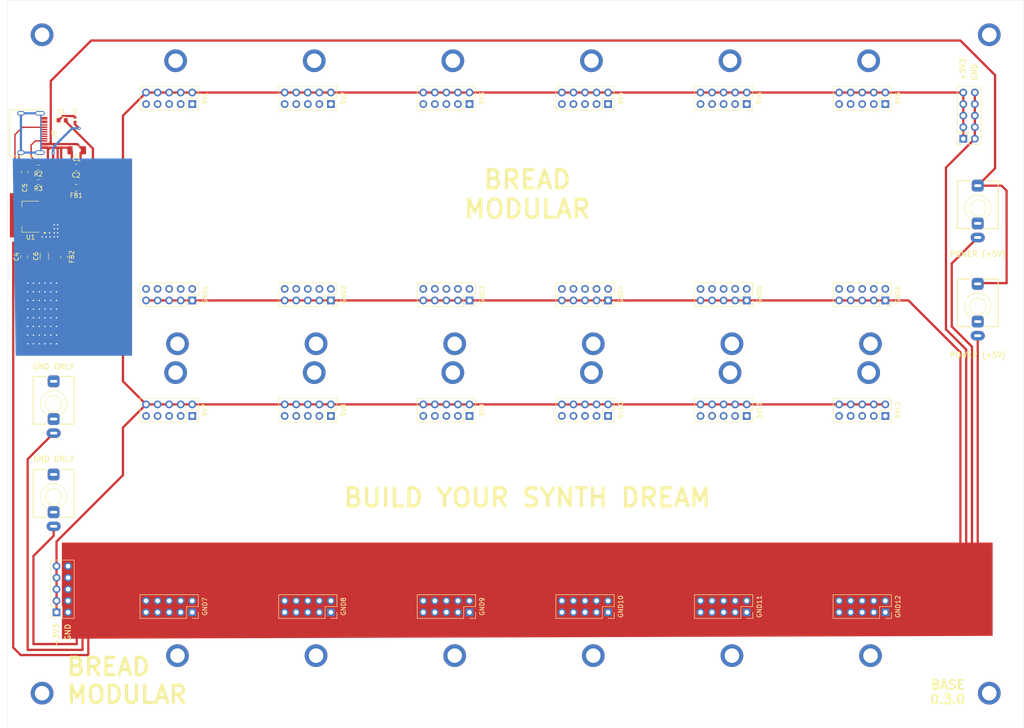
<source format=kicad_pcb>
(kicad_pcb (version 20240108) (generator "pcbnew") (generator_version "8.0")
  (layers (0 "F.Cu" signal) (31 "B.Cu" signal) (34 "B.Paste" user) (35 "F.Paste" user) (36 "B.SilkS" user "B.Silkscreen") (37 "F.SilkS" user "F.Silkscreen") (38 "B.Mask" user) (39 "F.Mask" user) (44 "Edge.Cuts" user))
  (net 0 "")
  (net 1 "GND")
  (net 2 "+5V")
  (net 99 "+3.3V")
  (net 100 "Net-(J5-SHIELD)")
  (net 101 "Net-(D1-K)")
  (net 102 "Net-(U1-VI)")
  (net 103 "Net-(U1-VO)")
  (net 104 "Net-(J5-CC1)")
  (net 105 "Net-(J5-CC2)")
  (footprint "BreadModular_AudioJacks:Jack_3.5mm_QingPu_WQP-PJ366ST_Vertical" (layer "F.Cu") (at 40.64 127)
    (property "Reference" "J2")
    (property "Value" "Ground")
  )
  (footprint "BreadModular_AudioJacks:Jack_3.5mm_QingPu_WQP-PJ366ST_Vertical" (layer "F.Cu") (at 243.84 63.5)
    (property "Reference" "J1")
    (property "Value" "Power")
  )
  (footprint "Capacitor_SMD:C_0805_2012Metric" (layer "F.Cu") (at 42.926 74.229 -90)
    (property "Reference" "FB2")
    (property "Value" "GZ2012E800TF")
  )
  (footprint "Capacitor_SMD:C_0805_2012Metric" (layer "F.Cu") (at 45.593 59.055 180)
    (property "Reference" "FB1")
    (property "Value" "GZ2012E800TF")
  )
  (footprint "Capacitor_SMD:C_0805_2012Metric" (layer "F.Cu") (at 34.29 55.565 90)
    (property "Reference" "C5")
    (property "Value" "10nf")
  )
  (footprint "Connector_PinSocket_2.54mm:PinSocket_2x05_P2.54mm_Vertical" (layer "F.Cu") (at 101.6 83.82 -90)
    (property "Reference" "GND2")
    (property "Value" "Conn_02x05_Socket")
  )
  (footprint "BreadModular_AudioJacks:Jack_3.5mm_QingPu_WQP-PJ366ST_Vertical" (layer "F.Cu") (at 40.64 106.52)
    (property "Reference" "J4")
    (property "Value" "Ground")
  )
  (footprint "Connector_PinSocket_2.54mm:PinSocket_2x05_P2.54mm_Vertical" (layer "F.Cu") (at 240.665 48.26 180)
    (property "Reference" "5V13")
    (property "Value" "Conn_02x05_Socket")
  )
  (footprint "Connector_PinSocket_2.54mm:PinSocket_2x05_P2.54mm_Vertical" (layer "F.Cu") (at 101.6 152.4 -90)
    (property "Reference" "GND8")
    (property "Value" "Conn_02x05_Socket")
  )
  (footprint "Connector_PinSocket_2.54mm:PinSocket_2x05_P2.54mm_Vertical" (layer "F.Cu") (at 193.04 40.64 -90)
    (property "Reference" "5V5")
    (property "Value" "Conn_02x05_Socket")
  )
  (footprint "Connector_PinSocket_2.54mm:PinSocket_2x05_P2.54mm_Vertical" (layer "F.Cu") (at 223.52 152.4 -90)
    (property "Reference" "GND12")
    (property "Value" "Conn_02x05_Socket")
  )
  (footprint "Capacitor_SMD:C_1206_3216Metric" (layer "F.Cu") (at 38.591 74.09 90)
    (property "Reference" "C6")
    (property "Value" "100uf")
  )
  (footprint "BreadModular_TypeC:HRO-TYPE-C-31-M-12" (layer "F.Cu") (at 30.84 46.99 -90)
    (property "Reference" "J5")
    (property "Value" "USB_C_Receptacle_PowerOnly_6P")
  )
  (footprint "Connector_PinSocket_2.54mm:PinSocket_2x05_P2.54mm_Vertical" (layer "F.Cu") (at 41.275 152.4 180)
    (property "Reference" "5V14")
    (property "Value" "Conn_02x05_Socket")
  )
  (footprint "Connector_PinSocket_2.54mm:PinSocket_2x05_P2.54mm_Vertical" (layer "F.Cu") (at 132.08 40.64 -90)
    (property "Reference" "5V3")
    (property "Value" "Conn_02x05_Socket")
  )
  (footprint "Connector_PinSocket_2.54mm:PinSocket_2x05_P2.54mm_Vertical" (layer "F.Cu") (at 223.52 109.22 -90)
    (property "Reference" "5V12")
    (property "Value" "Conn_02x05_Socket")
  )
  (footprint "Connector_PinSocket_2.54mm:PinSocket_2x05_P2.54mm_Vertical" (layer "F.Cu") (at 71.12 109.22 -90)
    (property "Reference" "5V7")
    (property "Value" "Conn_02x05_Socket")
  )
  (footprint "Resistor_SMD:R_0603_1608Metric" (layer "F.Cu") (at 37.275 54.61 180)
    (property "Reference" "R2")
    (property "Value" "5.1k")
  )
  (footprint "Resistor_SMD:R_0603_1608Metric" (layer "F.Cu") (at 37.275 57.785 180)
    (property "Reference" "R3")
    (property "Value" "5.1k")
  )
  (footprint "Connector_PinSocket_2.54mm:PinSocket_2x05_P2.54mm_Vertical" (layer "F.Cu") (at 71.12 152.4 -90)
    (property "Reference" "GND7")
    (property "Value" "Conn_02x05_Socket")
  )
  (footprint "Connector_PinSocket_2.54mm:PinSocket_2x05_P2.54mm_Vertical" (layer "F.Cu") (at 101.6 109.22 -90)
    (property "Reference" "5V8")
    (property "Value" "Conn_02x05_Socket")
  )
  (footprint "Connector_PinSocket_2.54mm:PinSocket_2x05_P2.54mm_Vertical" (layer "F.Cu") (at 162.56 152.4 -90)
    (property "Reference" "GND10")
    (property "Value" "Conn_02x05_Socket")
  )
  (footprint "Connector_PinSocket_2.54mm:PinSocket_2x05_P2.54mm_Vertical" (layer "F.Cu") (at 223.52 83.82 -90)
    (property "Reference" "GND6")
    (property "Value" "Conn_02x05_Socket")
  )
  (footprint "Connector_PinSocket_2.54mm:PinSocket_2x05_P2.54mm_Vertical" (layer "F.Cu") (at 132.08 152.4 -90)
    (property "Reference" "GND9")
    (property "Value" "Conn_02x05_Socket" (hide yes))
  )
  (footprint "LED_SMD:LED_0603_1608Metric" (layer "F.Cu") (at 42.5195 44.196)
    (property "Reference" "D1")
    (property "Value" "LED")
  )
  (footprint "Connector_PinSocket_2.54mm:PinSocket_2x05_P2.54mm_Vertical" (layer "F.Cu") (at 132.08 83.82 -90)
    (property "Reference" "GND3")
    (property "Value" "Conn_02x05_Socket")
  )
  (footprint "Capacitor_SMD:C_0805_2012Metric" (layer "F.Cu") (at 34.146 74.2 90)
    (property "Reference" "C4")
    (property "Value" "0.1uf")
  )
  (footprint "Connector_PinSocket_2.54mm:PinSocket_2x05_P2.54mm_Vertical" (layer "F.Cu") (at 162.56 109.22 -90)
    (property "Reference" "5V10")
    (property "Value" "Conn_02x05_Socket")
  )
  (footprint "Resistor_SMD:R_0402_1005Metric" (layer "F.Cu") (at 45.339 44.071 -90)
    (property "Reference" "R1")
    (property "Value" "1k")
  )
  (footprint "Connector_PinSocket_2.54mm:PinSocket_2x05_P2.54mm_Vertical" (layer "F.Cu") (at 193.04 83.82 -90)
    (property "Reference" "GND5")
    (property "Value" "Conn_02x05_Socket")
  )
  (footprint "Connector_PinSocket_2.54mm:PinSocket_2x05_P2.54mm_Vertical" (layer "F.Cu") (at 162.56 40.64 -90)
    (property "Reference" "5V4")
    (property "Value" "Conn_02x05_Socket")
  )
  (footprint "Connector_PinSocket_2.54mm:PinSocket_2x05_P2.54mm_Vertical" (layer "F.Cu") (at 71.12 83.82 -90)
    (property "Reference" "GND1")
    (property "Value" "Conn_02x05_Socket")
  )
  (footprint "Connector_PinSocket_2.54mm:PinSocket_2x05_P2.54mm_Vertical" (layer "F.Cu") (at 71.12 40.64 -90)
    (property "Reference" "5V1")
    (property "Value" "Conn_02x05_Socket")
  )
  (footprint "Connector_PinSocket_2.54mm:PinSocket_2x05_P2.54mm_Vertical" (layer "F.Cu") (at 162.56 83.82 -90)
    (property "Reference" "GND4")
    (property "Value" "Conn_02x05_Socket")
  )
  (footprint "BreadModular_AudioJacks:Jack_3.5mm_QingPu_WQP-PJ366ST_Vertical" (layer "F.Cu") (at 243.84 85.09)
    (property "Reference" "J3")
    (property "Value" "Power")
  )
  (footprint "Package_TO_SOT_SMD:SOT-223" (layer "F.Cu") (at 35.56 65.405 180)
    (property "Reference" "U1")
    (property "Value" "AMS1117-3.3")
  )
  (footprint "Connector_PinSocket_2.54mm:PinSocket_2x05_P2.54mm_Vertical" (layer "F.Cu") (at 223.52 40.64 -90)
    (property "Reference" "5V6")
    (property "Value" "Conn_02x05_Socket")
  )
  (footprint "Connector_PinSocket_2.54mm:PinSocket_2x05_P2.54mm_Vertical" (layer "F.Cu") (at 193.04 152.4 -90)
    (property "Reference" "GND11")
    (property "Value" "Conn_02x05_Socket")
  )
  (footprint "Capacitor_SMD:C_1206_3216Metric" (layer "F.Cu") (at 45.708 50.8 180)
    (property "Reference" "C1")
    (property "Value" "100uf")
  )
  (footprint "Connector_PinSocket_2.54mm:PinSocket_2x05_P2.54mm_Vertical" (layer "F.Cu") (at 132.08 109.22 -90)
    (property "Reference" "5V9")
    (property "Value" "Conn_02x05_Socket")
  )
  (footprint "Connector_PinSocket_2.54mm:PinSocket_2x05_P2.54mm_Vertical" (layer "F.Cu") (at 193.04 109.22 -90)
    (property "Reference" "5V11")
    (property "Value" "Conn_02x05_Socket")
  )
  (footprint "Capacitor_SMD:C_0805_2012Metric" (layer "F.Cu") (at 45.593 54.61 180)
    (property "Reference" "C2")
    (property "Value" "0.1uf")
  )
  (footprint "Connector_PinSocket_2.54mm:PinSocket_2x05_P2.54mm_Vertical" (layer "F.Cu") (at 101.6 40.64 -90)
    (property "Reference" "5V2")
    (property "Value" "Conn_02x05_Socket")
  )
  (gr_poly (pts (xy 37.465 66.675) (xy 41.91 66.675) (xy 41.91 70.485) (xy 37.465 70.485)) (stroke (width 0.2)) (fill solid) (layer "F.Cu") (net 1))
  (gr_poly (pts (xy 31.115 60.325) (xy 34.29 60.325) (xy 34.29 69.85) (xy 31.115 69.85)) (stroke (width 0.2)) (fill solid) (layer "F.Cu"))
  (gr_poly (pts (xy 33.02 78.105) (xy 54.61 78.105) (xy 54.61 95.25) (xy 33.02 95.25)) (stroke (width 0.2)) (fill solid) (layer "F.Cu") (net 1))
  (gr_poly (pts (xy 42.545 158.115) (xy 247.015 157.48) (xy 247.015 137.16) (xy 42.545 137.16)) (stroke (width 0.2)) (fill solid) (layer "F.Cu") (net 1))
  (gr_poly (pts (xy 31.75 52.705) (xy 57.785 52.705) (xy 57.785 95.885) (xy 32.385 95.885)) (stroke (width 0.2)) (fill solid) (layer "B.Cu") (net 1))
  (gr_line (start 254 17.78) (end 254 177.8) (stroke (width 0.05)) (layer "Edge.Cuts"))
  (gr_line (start 30.48 177.8) (end 30.48 17.78) (stroke (width 0.05)) (layer "Edge.Cuts"))
  (gr_line (start 30.48 17.78) (end 254 17.78) (stroke (width 0.05)) (layer "Edge.Cuts"))
  (gr_line (start 30.48 177.8) (end 254 177.8) (stroke (width 0.05)) (layer "Edge.Cuts"))
  (gr_text "GND" (at 44.45 158.75 90) (layer "F.SilkS") (effects (font (size 1.2 1.2) (thickness 0.2) (bold yes)) (justify left bottom)))
  (gr_text "GND ONLY" (at 40.64 119.38 0) (layer "F.SilkS") (effects (font (size 1.2 1.2) (thickness 0.2) (bold yes)) (justify bottom)))
  (gr_text "+3V3" (at 41.91 159.893 90) (layer "F.SilkS") (effects (font (size 1.2 1.2) (thickness 0.2) (bold yes)) (justify left bottom)))
  (gr_text "BREAD\nMODULAR" (at 43.18 172.72 0) (layer "F.SilkS") (effects (font (size 3.8 3.8) (thickness 0.7) (bold yes)) (justify left bottom)))
  (gr_text "GND ONLY" (at 40.64 99.06 0) (layer "F.SilkS") (effects (font (size 1.2 1.2) (thickness 0.2) (bold yes)) (justify bottom)))
  (gr_text "POWER (+5V)" (at 243.84 96.52 0) (layer "F.SilkS") (effects (font (size 1.2 1.2) (thickness 0.2) (bold yes)) (justify bottom)))
  (gr_text "BASE\n0.3.0" (at 241.3 172.72 0) (layer "F.SilkS") (effects (font (size 2 2) (thickness 0.4) (bold yes)) (justify right bottom)))
  (gr_text "GND" (at 243.84 35.56 90) (layer "F.SilkS") (effects (font (size 1.2 1.2) (thickness 0.2) (bold yes)) (justify left bottom)))
  (gr_text "+3V3" (at 241.3 35.56 90) (layer "F.SilkS") (effects (font (size 1.2 1.2) (thickness 0.2) (bold yes)) (justify left bottom)))
  (gr_text "POWER (+5V)" (at 243.84 74.295 0) (layer "F.SilkS") (effects (font (size 1.2 1.2) (thickness 0.2) (bold yes)) (justify bottom)))
  (gr_text "BUILD YOUR SYNTH DREAM" (at 144.78 129.54 0) (layer "F.SilkS") (effects (font (size 4 4) (thickness 0.7) (bold yes)) (justify bottom)))
  (gr_text "BREAD\nMODULAR" (at 144.78 66.04 0) (layer "F.SilkS") (effects (font (size 4 4) (thickness 0.7) (bold yes)) (justify bottom)))
  (via (at 158.89758 99.695) (size 5) (drill 3.2) (layers "F.Cu" "B.Cu") (net 0))
  (via (at 246.38 25.4) (size 5) (drill 3.2) (layers "F.Cu" "B.Cu") (net 0))
  (via (at 219.85758 31.115) (size 5) (drill 3.2) (layers "F.Cu" "B.Cu") (net 0))
  (via (at 158.89758 31.115) (size 5) (drill 3.2) (layers "F.Cu" "B.Cu") (net 0))
  (via (at 219.85758 99.695) (size 5) (drill 3.2) (layers "F.Cu" "B.Cu") (net 0))
  (via (at 97.93758 99.695) (size 5) (drill 3.2) (layers "F.Cu" "B.Cu") (net 0))
  (via (at 128.41758 31.115) (size 5) (drill 3.2) (layers "F.Cu" "B.Cu") (net 0))
  (via (at 97.93758 31.115) (size 5) (drill 3.2) (layers "F.Cu" "B.Cu") (net 0))
  (via (at 67.864908 161.925) (size 5) (drill 3.2) (layers "F.Cu" "B.Cu") (net 0))
  (via (at 189.37758 31.115) (size 5) (drill 3.2) (layers "F.Cu" "B.Cu") (net 0))
  (via (at 159.304908 93.345) (size 5) (drill 3.2) (layers "F.Cu" "B.Cu") (net 0))
  (via (at 220.264908 161.925) (size 5) (drill 3.2) (layers "F.Cu" "B.Cu") (net 0))
  (via (at 128.824908 161.925) (size 5) (drill 3.2) (layers "F.Cu" "B.Cu") (net 0))
  (via (at 128.824908 93.345) (size 5) (drill 3.2) (layers "F.Cu" "B.Cu") (net 0))
  (via (at 246.38 170.18) (size 5) (drill 3.2) (layers "F.Cu" "B.Cu") (net 0))
  (via (at 67.864908 93.345) (size 5) (drill 3.2) (layers "F.Cu" "B.Cu") (net 0))
  (via (at 220.264908 93.345) (size 5) (drill 3.2) (layers "F.Cu" "B.Cu") (net 0))
  (via (at 38.1 25.4) (size 5) (drill 3.2) (layers "F.Cu" "B.Cu") (net 0))
  (via (at 128.41758 99.695) (size 5) (drill 3.2) (layers "F.Cu" "B.Cu") (net 0))
  (via (at 98.344908 161.925) (size 5) (drill 3.2) (layers "F.Cu" "B.Cu") (net 0))
  (via (at 67.45758 99.695) (size 5) (drill 3.2) (layers "F.Cu" "B.Cu") (net 0))
  (via (at 38.1 170.18) (size 5) (drill 3.2) (layers "F.Cu" "B.Cu") (net 0))
  (via (at 189.784908 93.345) (size 5) (drill 3.2) (layers "F.Cu" "B.Cu") (net 0))
  (via (at 67.45758 31.115) (size 5) (drill 3.2) (layers "F.Cu" "B.Cu") (net 0))
  (via (at 159.304908 161.925) (size 5) (drill 3.2) (layers "F.Cu" "B.Cu") (net 0))
  (via (at 98.344908 93.345) (size 5) (drill 3.2) (layers "F.Cu" "B.Cu") (net 0))
  (via (at 189.37758 99.695) (size 5) (drill 3.2) (layers "F.Cu" "B.Cu") (net 0))
  (via (at 189.784908 161.925) (size 5) (drill 3.2) (layers "F.Cu" "B.Cu") (net 0))
  (segment (start 31.75 71.12) (end 31.75 160.147) (width 0.5) (layer "F.Cu") (net 1))
  (segment (start 240.03 137.795) (end 225.425 152.4) (width 0.5) (layer "F.Cu") (net 1))
  (segment (start 223.52 83.82) (end 213.36 83.82) (width 0.5) (layer "F.Cu") (net 1))
  (segment (start 71.12 152.4) (end 60.96 152.4) (width 0.5) (layer "F.Cu") (net 1))
  (segment (start 60.96 152.4) (end 43.815 152.4) (width 0.5) (layer "F.Cu") (net 1))
  (segment (start 227.898478 147.32) (end 223.52 151.698478) (width 0.5) (layer "F.Cu") (net 1))
  (segment (start 243.205 48.26) (end 236.855 54.61) (width 0.5) (layer "F.Cu") (net 1))
  (segment (start 71.12 152.4) (end 91.44 152.4) (width 0.5) (layer "F.Cu") (net 1))
  (segment (start 241.3 147.32) (end 227.898478 147.32) (width 0.5) (layer "F.Cu") (net 1))
  (segment (start 223.52 151.698478) (end 223.52 152.4) (width 0.5) (layer "F.Cu") (net 1))
  (segment (start 36.703 59.563) (end 35.433 60.833) (width 0.5) (layer "F.Cu") (net 1))
  (segment (start 243.84 91.57) (end 243.84 138.43) (width 0.5) (layer "F.Cu") (net 1))
  (segment (start 240.03 95.25) (end 240.03 137.795) (width 0.5) (layer "F.Cu") (net 1))
  (segment (start 34.295 54.61) (end 34.29 54.615) (width 0.5) (layer "F.Cu") (net 1))
  (segment (start 101.6 152.4) (end 121.92 152.4) (width 0.5) (layer "F.Cu") (net 1))
  (segment (start 36.957 60.325) (end 39.116 60.325) (width 0.5) (layer "F.Cu") (net 1))
  (segment (start 36.45 57.785) (end 36.45 54.61) (width 0.5) (layer "F.Cu") (net 1))
  (segment (start 36.732 73.25) (end 37.367 72.615) (width 0.5) (layer "F.Cu") (net 1))
  (segment (start 37.338 61.087) (end 39.497 61.087) (width 0.5) (layer "F.Cu") (net 1))
  (segment (start 238.125 89.535) (end 242.57 93.98) (width 0.5) (layer "F.Cu") (net 1))
  (segment (start 36.971 67.705) (end 36.957 67.691) (width 0.5) (layer "F.Cu") (net 1))
  (segment (start 36.957 61.468) (end 37.338 61.087) (width 0.5) (layer "F.Cu") (net 1))
  (segment (start 45.72 152.4) (end 43.815 152.4) (width 0.5) (layer "F.Cu") (net 1))
  (segment (start 236.855 54.61) (end 236.855 90.17) (width 0.5) (layer "F.Cu") (net 1))
  (segment (start 38.591 72.615) (end 36.195 70.219) (width 0.5) (layer "F.Cu") (net 1))
  (segment (start 49.53 156.21) (end 45.72 152.4) (width 0.5) (layer "F.Cu") (net 1))
  (segment (start 39.37 50.723) (end 39.878 50.215) (width 0.5) (layer "F.Cu") (net 1))
  (segment (start 162.56 152.4) (end 152.4 152.4) (width 0.5) (layer "F.Cu") (net 1))
  (segment (start 48.133 161.798) (end 48.26 161.671) (width 0.5) (layer "F.Cu") (net 1))
  (segment (start 41.529 58.039) (end 41.529 50.342) (width 0.5) (layer "F.Cu") (net 1))
  (segment (start 48.26 161.671) (end 48.26 152.4) (width 0.5) (layer "F.Cu") (net 1))
  (segment (start 223.52 152.4) (end 213.36 152.4) (width 0.5) (layer "F.Cu") (net 1))
  (segment (start 132.08 83.82) (end 152.4 83.82) (width 0.5) (layer "F.Cu") (net 1))
  (segment (start 236.855 90.17) (end 241.3 94.615) (width 0.5) (layer "F.Cu") (net 1))
  (segment (start 34.925 160.655) (end 46.99 160.655) (width 0.5) (layer "F.Cu") (net 1))
  (segment (start 36.45 54.61) (end 34.295 54.61) (width 0.5) (layer "F.Cu") (net 1))
  (segment (start 101.6 83.82) (end 121.92 83.82) (width 0.5) (layer "F.Cu") (net 1))
  (segment (start 41.656 50.215) (end 41.402 50.215) (width 0.5) (layer "F.Cu") (net 1))
  (segment (start 38.71 72.496) (end 38.591 72.615) (width 0.5) (layer "F.Cu") (net 1))
  (segment (start 41.402 50.215) (end 40.894 50.215) (width 0.5) (layer "F.Cu") (net 1))
  (segment (start 39.116 60.325) (end 41.402 58.039) (width 0.5) (layer "F.Cu") (net 1))
  (segment (start 71.12 83.82) (end 60.96 83.82) (width 0.5) (layer "F.Cu") (net 1))
  (segment (start 225.425 154.94) (end 49.784 154.94) (width 0.5) (layer "F.Cu") (net 1))
  (segment (start 31.75 160.147) (end 33.401 161.798) (width 0.5) (layer "F.Cu") (net 1))
  (segment (start 243.205 38.1) (end 243.205 48.26) (width 0.5) (layer "F.Cu") (net 1))
  (segment (start 236.22 138.998478) (end 227.898478 147.32) (width 0.5) (layer "F.Cu") (net 1))
  (segment (start 37.367 72.615) (end 38.591 72.615) (width 0.5) (layer "F.Cu") (net 1))
  (segment (start 45.72 159.385) (end 45.72 154.305) (width 0.5) (layer "F.Cu") (net 1))
  (segment (start 34.29 71.12) (end 31.75 71.12) (width 0.5) (layer "F.Cu") (net 1))
  (segment (start 38.735 59.563) (end 36.703 59.563) (width 0.5) (layer "F.Cu") (net 1))
  (segment (start 238.125 75.695) (end 238.125 89.535) (width 0.5) (layer "F.Cu") (net 1))
  (segment (start 40.64 135.5725) (end 36.195 140.0175) (width 0.5) (layer "F.Cu") (net 1))
  (segment (start 220.98 83.82) (end 228.6 83.82) (width 0.5) (layer "F.Cu") (net 1))
  (segment (start 193.04 152.4) (end 182.88 152.4) (width 0.5) (layer "F.Cu") (net 1))
  (segment (start 44.233 50.8) (end 43.648 50.215) (width 0.5) (layer "F.Cu") (net 1))
  (segment (start 225.425 152.4) (end 223.52 152.4) (width 0.5) (layer "F.Cu") (net 1))
  (segment (start 35.433 60.833) (end 35.433 69.977) (width 0.5) (layer "F.Cu") (net 1))
  (segment (start 162.56 152.4) (end 182.88 152.4) (width 0.5) (layer "F.Cu") (net 1))
  (segment (start 46.99 160.655) (end 46.99 153.67) (width 0.5) (layer "F.Cu") (net 1))
  (segment (start 226.06 156.21) (end 49.53 156.21) (width 0.5) (layer "F.Cu") (net 1))
  (segment (start 39.497 61.087) (end 42.291 58.293) (width 0.5) (layer "F.Cu") (net 1))
  (segment (start 243.84 69.98) (end 238.125 75.695) (width 0.5) (layer "F.Cu") (net 1))
  (segment (start 71.12 83.82) (end 91.44 83.82) (width 0.5) (layer "F.Cu") (net 1))
  (segment (start 44.643 54.61) (end 44.643 51.21) (width 0.5) (layer "F.Cu") (net 1))
  (segment (start 44.643 51.21) (end 44.233 50.8) (width 0.5) (layer "F.Cu") (net 1))
  (segment (start 193.04 152.4) (end 213.36 152.4) (width 0.5) (layer "F.Cu") (net 1))
  (segment (start 36.195 159.385) (end 45.72 159.385) (width 0.5) (layer "F.Cu") (net 1))
  (segment (start 132.08 83.82) (end 121.92 83.82) (width 0.5) (layer "F.Cu") (net 1))
  (segment (start 40.513 50.215) (end 39.878 50.215) (width 0.5) (layer "F.Cu") (net 1))
  (segment (start 228.6 83.82) (end 240.03 95.25) (width 0.5) (layer "F.Cu") (net 1))
  (segment (start 36.45 57.785) (end 39.37 54.865) (width 0.5) (layer "F.Cu") (net 1))
  (segment (start 227.898478 147.32) (end 144.78 147.32) (width 0.5) (layer "F.Cu") (net 1))
  (segment (start 241.3 94.615) (end 241.3 147.32) (width 0.5) (layer "F.Cu") (net 1))
  (segment (start 193.04 83.82) (end 213.36 83.82) (width 0.5) (layer "F.Cu") (net 1))
  (segment (start 42.291 50.215) (end 41.656 50.215) (width 0.5) (layer "F.Cu") (net 1))
  (segment (start 34.925 118.715) (end 34.925 119.38) (width 0.5) (layer "F.Cu") (net 1))
  (segment (start 41.402 58.039) (end 41.529 58.039) (width 0.5) (layer "F.Cu") (net 1))
  (segment (start 48.26 152.4) (end 43.815 152.4) (width 0.5) (layer "F.Cu") (net 1))
  (segment (start 47.244 152.4) (end 43.815 152.4) (width 0.5) (layer "F.Cu") (net 1))
  (segment (start 40.513 50.215) (end 40.513 57.785) (width 0.5) (layer "F.Cu") (net 1))
  (segment (start 243.84 138.43) (end 226.06 156.21) (width 0.5) (layer "F.Cu") (net 1))
  (segment (start 40.64 133.48) (end 40.64 135.5725) (width 0.5) (layer "F.Cu") (net 1))
  (segment (start 38.71 67.705) (end 36.971 67.705) (width 0.5) (layer "F.Cu") (net 1))
  (segment (start 43.815 142.24) (end 43.815 152.4) (width 0.5) (layer "F.Cu") (net 1))
  (segment (start 42.291 58.293) (end 42.291 50.215) (width 0.5) (layer "F.Cu") (net 1))
  (segment (start 162.56 83.82) (end 182.88 83.82) (width 0.5) (layer "F.Cu") (net 1))
  (segment (start 35.433 69.977) (end 34.29 71.12) (width 0.5) (layer "F.Cu") (net 1))
  (segment (start 101.6 152.4) (end 91.44 152.4) (width 0.5) (layer "F.Cu") (net 1))
  (segment (start 242.57 93.98) (end 242.57 137.795) (width 0.5) (layer "F.Cu") (net 1))
  (segment (start 40.513 57.785) (end 38.735 59.563) (width 0.5) (layer "F.Cu") (net 1))
  (segment (start 36.195 61.087) (end 36.957 60.325) (width 0.5) (layer "F.Cu") (net 1))
  (segment (start 40.64 113) (end 34.925 118.715) (width 0.5) (layer "F.Cu") (net 1))
  (segment (start 41.529 50.342) (end 41.402 50.215) (width 0.5) (layer "F.Cu") (net 1))
  (segment (start 132.08 152.4) (end 152.4 152.4) (width 0.5) (layer "F.Cu") (net 1))
  (segment (start 40.894 50.215) (end 40.513 50.215) (width 0.5) (layer "F.Cu") (net 1))
  (segment (start 45.339 44.581) (end 45.339 45.085) (width 0.5) (layer "F.Cu") (net 1))
  (segment (start 33.401 161.798) (end 48.133 161.798) (width 0.5) (layer "F.Cu") (net 1))
  (segment (start 36.195 70.219) (end 36.195 61.087) (width 0.5) (layer "F.Cu") (net 1))
  (segment (start 162.56 83.82) (end 152.4 83.82) (width 0.5) (layer "F.Cu") (net 1))
  (segment (start 36.957 66.675) (end 36.957 61.468) (width 0.5) (layer "F.Cu") (net 1))
  (segment (start 132.08 152.4) (end 121.92 152.4) (width 0.5) (layer "F.Cu") (net 1))
  (segment (start 49.784 154.94) (end 47.244 152.4) (width 0.5) (layer "F.Cu") (net 1))
  (segment (start 45.72 154.305) (end 43.815 152.4) (width 0.5) (layer "F.Cu") (net 1))
  (segment (start 39.37 54.865) (end 39.37 50.723) (width 0.5) (layer "F.Cu") (net 1))
  (segment (start 101.6 83.82) (end 91.44 83.82) (width 0.5) (layer "F.Cu") (net 1))
  (segment (start 34.925 119.38) (end 34.925 160.655) (width 0.5) (layer "F.Cu") (net 1))
  (segment (start 36.195 140.0175) (end 36.195 159.385) (width 0.5) (layer "F.Cu") (net 1))
  (segment (start 46.99 153.67) (end 45.72 152.4) (width 0.5) (layer "F.Cu") (net 1))
  (segment (start 193.04 83.82) (end 182.88 83.82) (width 0.5) (layer "F.Cu") (net 1))
  (segment (start 45.339 45.085) (end 46.228 45.974) (width 0.5) (layer "F.Cu") (net 1))
  (segment (start 39.878 50.215) (end 38.535 50.215) (width 0.5) (layer "F.Cu") (net 1))
  (segment (start 43.648 50.215) (end 40.894 50.215) (width 0.5) (layer "F.Cu") (net 1))
  (segment (start 34.146 73.25) (end 36.732 73.25) (width 0.5) (layer "F.Cu") (net 1))
  (segment (start 36.957 67.691) (end 36.957 66.675) (width 0.5) (layer "F.Cu") (net 1))
  (segment (start 242.57 137.795) (end 225.425 154.94) (width 0.5) (layer "F.Cu") (net 1))
  (via (at 40.005 81.915) (size 0.7) (drill 0.3) (layers "F.Cu" "B.Cu") (net 1))
  (via (at 41.275 87.63) (size 0.7) (drill 0.3) (layers "F.Cu" "B.Cu") (net 1))
  (via (at 34.925 91.44) (size 0.7) (drill 0.3) (layers "F.Cu" "B.Cu") (net 1))
  (via (at 40.767 67.183) (size 0.7) (drill 0.3) (layers "F.Cu" "B.Cu") (net 1))
  (via (at 41.529 68.961) (size 0.7) (drill 0.3) (layers "F.Cu" "B.Cu") (net 1))
  (via (at 38.735 91.44) (size 0.7) (drill 0.3) (layers "F.Cu" "B.Cu") (net 1))
  (via (at 34.925 85.725) (size 0.7) (drill 0.3) (layers "F.Cu" "B.Cu") (net 1))
  (via (at 37.465 80.01) (size 0.7) (drill 0.3) (layers "F.Cu" "B.Cu") (net 1))
  (via (at 37.465 93.345) (size 0.7) (drill 0.3) (layers "F.Cu" "B.Cu") (net 1))
  (via (at 36.195 87.63) (size 0.7) (drill 0.3) (layers "F.Cu" "B.Cu") (net 1))
  (via (at 38.989 69.85) (size 0.7) (drill 0.3) (layers "F.Cu" "B.Cu") (net 1))
  (via (at 39.878 69.85) (size 0.7) (drill 0.3) (layers "F.Cu" "B.Cu") (net 1))
  (via (at 40.005 93.345) (size 0.7) (drill 0.3) (layers "F.Cu" "B.Cu") (net 1))
  (via (at 46.228 45.974) (size 0.7) (drill 0.3) (layers "F.Cu" "B.Cu") (net 1))
  (via (at 41.275 93.345) (size 0.7) (drill 0.3) (layers "F.Cu" "B.Cu") (net 1))
  (via (at 40.767 68.961) (size 0.7) (drill 0.3) (layers "F.Cu" "B.Cu") (net 1))
  (via (at 38.735 80.01) (size 0.7) (drill 0.3) (layers "F.Cu" "B.Cu") (net 1))
  (via (at 41.529 68.072) (size 0.7) (drill 0.3) (layers "F.Cu" "B.Cu") (net 1))
  (via (at 34.925 93.345) (size 0.7) (drill 0.3) (layers "F.Cu" "B.Cu") (net 1))
  (via (at 40.005 85.725) (size 0.7) (drill 0.3) (layers "F.Cu" "B.Cu") (net 1))
  (via (at 41.275 83.82) (size 0.7) (drill 0.3) (layers "F.Cu" "B.Cu") (net 1))
  (via (at 36.195 91.44) (size 0.7) (drill 0.3) (layers "F.Cu" "B.Cu") (net 1))
  (via (at 36.195 93.345) (size 0.7) (drill 0.3) (layers "F.Cu" "B.Cu") (net 1))
  (via (at 40.513 51.435) (size 0.7) (drill 0.3) (layers "F.Cu" "B.Cu") (net 1))
  (via (at 34.925 89.535) (size 0.7) (drill 0.3) (layers "F.Cu" "B.Cu") (net 1))
  (via (at 37.465 85.725) (size 0.7) (drill 0.3) (layers "F.Cu" "B.Cu") (net 1))
  (via (at 40.005 91.44) (size 0.7) (drill 0.3) (layers "F.Cu" "B.Cu") (net 1))
  (via (at 41.275 89.535) (size 0.7) (drill 0.3) (layers "F.Cu" "B.Cu") (net 1))
  (via (at 41.529 69.85) (size 0.7) (drill 0.3) (layers "F.Cu" "B.Cu") (net 1))
  (via (at 38.735 85.725) (size 0.7) (drill 0.3) (layers "F.Cu" "B.Cu") (net 1))
  (via (at 37.465 83.82) (size 0.7) (drill 0.3) (layers "F.Cu" "B.Cu") (net 1))
  (via (at 40.005 83.82) (size 0.7) (drill 0.3) (layers "F.Cu" "B.Cu") (net 1))
  (via (at 34.925 87.63) (size 0.7) (drill 0.3) (layers "F.Cu" "B.Cu") (net 1))
  (via (at 38.735 87.63) (size 0.7) (drill 0.3) (layers "F.Cu" "B.Cu") (net 1))
  (via (at 37.465 89.535) (size 0.7) (drill 0.3) (layers "F.Cu" "B.Cu") (net 1))
  (via (at 38.735 81.915) (size 0.7) (drill 0.3) (layers "F.Cu" "B.Cu") (net 1))
  (via (at 40.005 87.63) (size 0.7) (drill 0.3) (layers "F.Cu" "B.Cu") (net 1))
  (via (at 37.465 81.915) (size 0.7) (drill 0.3) (layers "F.Cu" "B.Cu") (net 1))
  (via (at 41.275 80.01) (size 0.7) (drill 0.3) (layers "F.Cu" "B.Cu") (net 1))
  (via (at 36.195 81.915) (size 0.7) (drill 0.3) (layers "F.Cu" "B.Cu") (net 1))
  (via (at 41.275 91.44) (size 0.7) (drill 0.3) (layers "F.Cu" "B.Cu") (net 1))
  (via (at 34.925 80.01) (size 0.7) (drill 0.3) (layers "F.Cu" "B.Cu") (net 1))
  (via (at 37.465 91.44) (size 0.7) (drill 0.3) (layers "F.Cu" "B.Cu") (net 1))
  (via (at 41.275 85.725) (size 0.7) (drill 0.3) (layers "F.Cu" "B.Cu") (net 1))
  (via (at 36.195 83.82) (size 0.7) (drill 0.3) (layers "F.Cu" "B.Cu") (net 1))
  (via (at 36.195 89.535) (size 0.7) (drill 0.3) (layers "F.Cu" "B.Cu") (net 1))
  (via (at 39.751 68.961) (size 0.7) (drill 0.3) (layers "F.Cu" "B.Cu") (net 1))
  (via (at 40.767 69.85) (size 0.7) (drill 0.3) (layers "F.Cu" "B.Cu") (net 1))
  (via (at 40.005 89.535) (size 0.7) (drill 0.3) (layers "F.Cu" "B.Cu") (net 1))
  (via (at 40.005 80.01) (size 0.7) (drill 0.3) (layers "F.Cu" "B.Cu") (net 1))
  (via (at 38.1 69.85) (size 0.7) (drill 0.3) (layers "F.Cu" "B.Cu") (net 1))
  (via (at 40.767 68.072) (size 0.7) (drill 0.3) (layers "F.Cu" "B.Cu") (net 1))
  (via (at 36.195 80.01) (size 0.7) (drill 0.3) (layers "F.Cu" "B.Cu") (net 1))
  (via (at 41.529 67.183) (size 0.7) (drill 0.3) (layers "F.Cu" "B.Cu") (net 1))
  (via (at 34.925 81.915) (size 0.7) (drill 0.3) (layers "F.Cu" "B.Cu") (net 1))
  (via (at 38.735 93.345) (size 0.7) (drill 0.3) (layers "F.Cu" "B.Cu") (net 1))
  (via (at 38.735 83.82) (size 0.7) (drill 0.3) (layers "F.Cu" "B.Cu") (net 1))
  (via (at 38.735 89.535) (size 0.7) (drill 0.3) (layers "F.Cu" "B.Cu") (net 1))
  (via (at 37.465 87.63) (size 0.7) (drill 0.3) (layers "F.Cu" "B.Cu") (net 1))
  (via (at 36.195 85.725) (size 0.7) (drill 0.3) (layers "F.Cu" "B.Cu") (net 1))
  (via (at 34.925 83.82) (size 0.7) (drill 0.3) (layers "F.Cu" "B.Cu") (net 1))
  (via (at 41.275 81.915) (size 0.7) (drill 0.3) (layers "F.Cu" "B.Cu") (net 1))
  (segment (start 40.513 51.435) (end 40.513 50.165) (width 0.5) (layer "B.Cu") (net 1))
  (segment (start 44.704 45.974) (end 46.228 45.974) (width 0.5) (layer "B.Cu") (net 1))
  (segment (start 40.513 50.165) (end 44.704 45.974) (width 0.5) (layer "B.Cu") (net 1))
  (segment (start 240.03 26.67) (end 247.65 34.29) (width 0.5) (layer "F.Cu") (net 2))
  (segment (start 247.65 34.29) (end 247.65 54.77) (width 0.5) (layer "F.Cu") (net 2))
  (segment (start 249.08 58.58) (end 250.19 59.69) (width 0.5) (layer "F.Cu") (net 2))
  (segment (start 47.183 50.8) (end 45.823 49.44) (width 0.5) (layer "F.Cu") (net 2))
  (segment (start 48.895 26.67) (end 240.03 26.67) (width 0.5) (layer "F.Cu") (net 2))
  (segment (start 250.19 80.01) (end 245.11 80.01) (width 0.5) (layer "F.Cu") (net 2))
  (segment (start 250.19 59.69) (end 250.19 80.01) (width 0.5) (layer "F.Cu") (net 2))
  (segment (start 39.61 49.44) (end 40.005 49.045) (width 0.5) (layer "F.Cu") (net 2))
  (segment (start 243.84 58.58) (end 249.08 58.58) (width 0.5) (layer "F.Cu") (net 2))
  (segment (start 46.543 54.61) (end 46.543 51.44) (width 0.5) (layer "F.Cu") (net 2))
  (segment (start 46.543 51.44) (end 47.183 50.8) (width 0.5) (layer "F.Cu") (net 2))
  (segment (start 45.823 49.44) (end 38.535 49.44) (width 0.5) (layer "F.Cu") (net 2))
  (segment (start 247.65 54.77) (end 243.84 58.58) (width 0.5) (layer "F.Cu") (net 2))
  (segment (start 40.005 49.045) (end 40.005 35.56) (width 0.5) (layer "F.Cu") (net 2))
  (segment (start 46.543 59.055) (end 46.543 54.61) (width 0.5) (layer "F.Cu") (net 2))
  (segment (start 38.535 49.44) (end 39.61 49.44) (width 0.5) (layer "F.Cu") (net 2))
  (segment (start 40.005 35.56) (end 48.895 26.67) (width 0.5) (layer "F.Cu") (net 2))
  (segment (start 43.307 44.45) (end 43.307 44.196) (width 0.5) (layer "F.Cu") (net 99))
  (segment (start 60.96 38.1) (end 55.88 43.18) (width 0.5) (layer "F.Cu") (net 99))
  (segment (start 213.36 106.68) (end 193.04 106.68) (width 0.5) (layer "F.Cu") (net 99))
  (segment (start 121.92 38.1) (end 132.08 38.1) (width 0.5) (layer "F.Cu") (net 99))
  (segment (start 55.88 76.454) (end 55.88 101.6) (width 0.5) (layer "F.Cu") (net 99))
  (segment (start 152.4 106.68) (end 132.08 106.68) (width 0.5) (layer "F.Cu") (net 99))
  (segment (start 41.275 136.8425) (end 55.88 122.2375) (width 0.5) (layer "F.Cu") (net 99))
  (segment (start 91.44 38.1) (end 101.6 38.1) (width 0.5) (layer "F.Cu") (net 99))
  (segment (start 213.36 38.1) (end 223.52 38.1) (width 0.5) (layer "F.Cu") (net 99))
  (segment (start 213.36 38.1) (end 193.04 38.1) (width 0.5) (layer "F.Cu") (net 99))
  (segment (start 121.92 106.68) (end 132.08 106.68) (width 0.5) (layer "F.Cu") (net 99))
  (segment (start 91.44 106.68) (end 101.6 106.68) (width 0.5) (layer "F.Cu") (net 99))
  (segment (start 42.926 75.179) (end 46.675 75.179) (width 0.5) (layer "F.Cu") (net 99))
  (segment (start 42.926 76.2) (end 43.18 76.454) (width 0.5) (layer "F.Cu") (net 99))
  (segment (start 182.88 38.1) (end 162.56 38.1) (width 0.5) (layer "F.Cu") (net 99))
  (segment (start 182.88 106.68) (end 162.56 106.68) (width 0.5) (layer "F.Cu") (net 99))
  (segment (start 182.88 38.1) (end 193.04 38.1) (width 0.5) (layer "F.Cu") (net 99))
  (segment (start 182.88 106.68) (end 193.04 106.68) (width 0.5) (layer "F.Cu") (net 99))
  (segment (start 240.665 38.1) (end 223.52 38.1) (width 0.5) (layer "F.Cu") (net 99))
  (segment (start 55.88 65.405) (end 55.88 76.454) (width 0.5) (layer "F.Cu") (net 99))
  (segment (start 91.44 106.68) (end 71.12 106.68) (width 0.5) (layer "F.Cu") (net 99))
  (segment (start 121.92 106.68) (end 101.6 106.68) (width 0.5) (layer "F.Cu") (net 99))
  (segment (start 121.92 38.1) (end 101.6 38.1) (width 0.5) (layer "F.Cu") (net 99))
  (segment (start 38.176 75.15) (end 34.146 75.15) (width 0.5) (layer "F.Cu") (net 99))
  (segment (start 55.88 101.6) (end 60.96 106.68) (width 0.5) (layer "F.Cu") (net 99))
  (segment (start 213.36 106.68) (end 223.52 106.68) (width 0.5) (layer "F.Cu") (net 99))
  (segment (start 41.275 142.24) (end 41.275 152.4) (width 0.5) (layer "F.Cu") (net 99))
  (segment (start 152.4 38.1) (end 162.56 38.1) (width 0.5) (layer "F.Cu") (net 99))
  (segment (start 38.591 75.565) (end 42.54 75.565) (width 0.5) (layer "F.Cu") (net 99))
  (segment (start 55.88 111.76) (end 60.96 106.68) (width 0.5) (layer "F.Cu") (net 99))
  (segment (start 240.665 38.1) (end 240.665 48.26) (width 0.5) (layer "F.Cu") (net 99))
  (segment (start 46.675 75.179) (end 49.276 72.578) (width 0.5) (layer "F.Cu") (net 99))
  (segment (start 55.88 43.18) (end 55.88 65.405) (width 0.5) (layer "F.Cu") (net 99))
  (segment (start 152.4 106.68) (end 162.56 106.68) (width 0.5) (layer "F.Cu") (net 99))
  (segment (start 91.44 38.1) (end 71.12 38.1) (width 0.5) (layer "F.Cu") (net 99))
  (segment (start 41.275 142.24) (end 41.275 136.8425) (width 0.5) (layer "F.Cu") (net 99))
  (segment (start 49.276 50.419) (end 43.307 44.45) (width 0.5) (layer "F.Cu") (net 99))
  (segment (start 42.926 75.179) (end 42.926 76.2) (width 0.5) (layer "F.Cu") (net 99))
  (segment (start 60.96 38.1) (end 71.12 38.1) (width 0.5) (layer "F.Cu") (net 99))
  (segment (start 38.591 75.565) (end 38.176 75.15) (width 0.5) (layer "F.Cu") (net 99))
  (segment (start 43.18 76.454) (end 55.88 76.454) (width 0.5) (layer "F.Cu") (net 99))
  (segment (start 42.54 75.565) (end 42.926 75.179) (width 0.5) (layer "F.Cu") (net 99))
  (segment (start 60.96 106.68) (end 71.12 106.68) (width 0.5) (layer "F.Cu") (net 99))
  (segment (start 49.276 72.578) (end 49.276 50.419) (width 0.5) (layer "F.Cu") (net 99))
  (segment (start 152.4 38.1) (end 132.08 38.1) (width 0.5) (layer "F.Cu") (net 99))
  (segment (start 55.88 122.2375) (end 55.88 111.76) (width 0.5) (layer "F.Cu") (net 99))
  (segment (start 33.02 55.245) (end 33.02 51.73) (width 0.3) (layer "F.Cu") (net 100))
  (segment (start 34.29 56.515) (end 33.02 55.245) (width 0.3) (layer "F.Cu") (net 100))
  (segment (start 33.02 51.73) (end 33.44 51.31) (width 0.3) (layer "F.Cu") (net 100))
  (segment (start 37.815 51.115) (end 37.815 42.865) (width 0.3) (layer "B.Cu") (net 100))
  (segment (start 33.44 51.31) (end 37.62 51.31) (width 0.5) (layer "B.Cu") (net 100))
  (segment (start 33.44 42.67) (end 33.44 51.31) (width 0.5) (layer "B.Cu") (net 100))
  (segment (start 37.815 42.865) (end 37.62 42.67) (width 0.3) (layer "B.Cu") (net 100))
  (segment (start 37.62 51.31) (end 37.815 51.115) (width 0.3) (layer "B.Cu") (net 100))
  (segment (start 33.44 42.67) (end 37.62 42.67) (width 0.5) (layer "B.Cu") (net 100))
  (segment (start 45.049 43.271) (end 42.657 43.271) (width 0.5) (layer "F.Cu") (net 101))
  (segment (start 42.657 43.271) (end 41.732 44.196) (width 0.5) (layer "F.Cu") (net 101))
  (segment (start 45.339 43.561) (end 45.049 43.271) (width 0.5) (layer "F.Cu") (net 101))
  (segment (start 40.593 63.105) (end 38.71 63.105) (width 0.5) (layer "F.Cu") (net 102))
  (segment (start 44.643 59.055) (end 40.593 63.105) (width 0.5) (layer "F.Cu") (net 102))
  (segment (start 42.926 66.421) (end 41.91 65.405) (width 0.5) (layer "F.Cu") (net 103))
  (segment (start 42.926 73.279) (end 42.926 66.421) (width 0.5) (layer "F.Cu") (net 103))
  (segment (start 41.91 65.405) (end 38.71 65.405) (width 0.5) (layer "F.Cu") (net 103))
  (segment (start 33.762 45.74) (end 38.535 45.74) (width 0.3) (layer "F.Cu") (net 104))
  (segment (start 32.131 47.371) (end 33.762 45.74) (width 0.3) (layer "F.Cu") (net 104))
  (segment (start 32.131 56.627) (end 32.131 47.371) (width 0.3) (layer "F.Cu") (net 104))
  (segment (start 38.1 57.785) (end 37.275 58.61) (width 0.3) (layer "F.Cu") (net 104))
  (segment (start 37.275 58.61) (end 34.114 58.61) (width 0.3) (layer "F.Cu") (net 104))
  (segment (start 34.114 58.61) (end 32.131 56.627) (width 0.3) (layer "F.Cu") (net 104))
  (segment (start 35.687 52.197) (end 35.687 49.657) (width 0.3) (layer "F.Cu") (net 105))
  (segment (start 35.687 49.657) (end 36.604 48.74) (width 0.3) (layer "F.Cu") (net 105))
  (segment (start 36.604 48.74) (end 38.535 48.74) (width 0.3) (layer "F.Cu") (net 105))
  (segment (start 38.1 54.61) (end 35.687 52.197) (width 0.3) (layer "F.Cu") (net 105))
)
</source>
